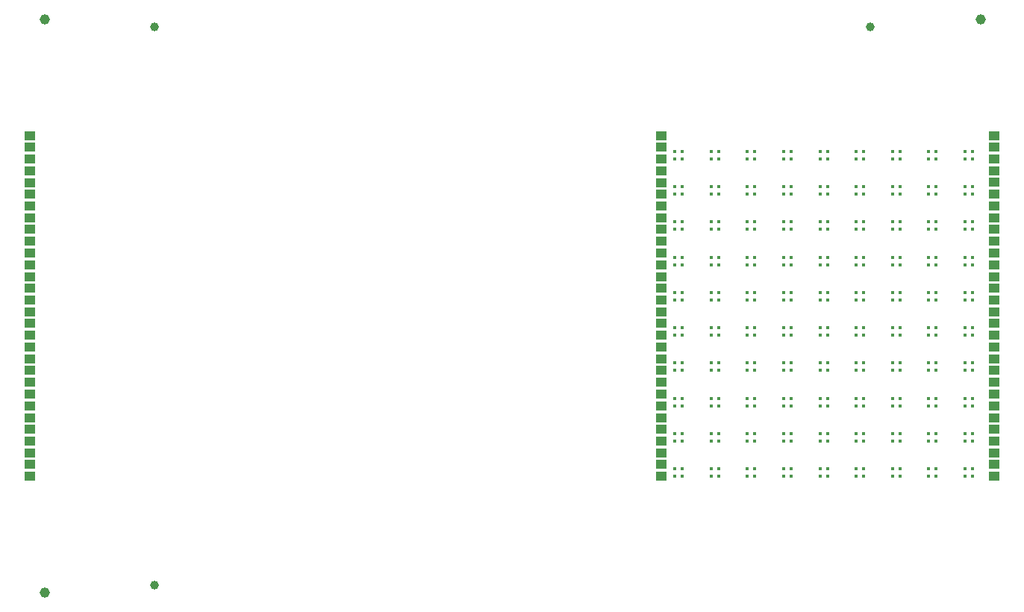
<source format=gts>
G04 #@! TF.GenerationSoftware,KiCad,Pcbnew,7.0.2-6a45011f42~172~ubuntu22.04.1*
G04 #@! TF.CreationDate,2023-07-04T12:46:50+08:00*
G04 #@! TF.ProjectId,panel_10_1,70616e65-6c5f-4313-905f-312e6b696361,rev?*
G04 #@! TF.SameCoordinates,Original*
G04 #@! TF.FileFunction,Soldermask,Top*
G04 #@! TF.FilePolarity,Negative*
%FSLAX46Y46*%
G04 Gerber Fmt 4.6, Leading zero omitted, Abs format (unit mm)*
G04 Created by KiCad (PCBNEW 7.0.2-6a45011f42~172~ubuntu22.04.1) date 2023-07-04 12:46:50*
%MOMM*%
%LPD*%
G01*
G04 APERTURE LIST*
%ADD10R,1.200000X1.000000*%
%ADD11R,0.450000X0.450000*%
%ADD12C,1.152000*%
%ADD13C,1.000000*%
G04 APERTURE END LIST*
D10*
G04 #@! TO.C,J5*
X110240000Y-42325000D03*
G04 #@! TD*
G04 #@! TO.C,J2*
X72470000Y-31680000D03*
G04 #@! TD*
D11*
G04 #@! TO.C,U1*
X74867150Y-30330000D03*
X74017150Y-30330000D03*
X74867150Y-29480000D03*
X74017150Y-29480000D03*
G04 #@! TD*
D10*
G04 #@! TO.C,J6*
X110240000Y-23675000D03*
G04 #@! TD*
D11*
G04 #@! TO.C,U6*
X95435505Y-54330000D03*
X94585505Y-54330000D03*
X95435505Y-53480000D03*
X94585505Y-53480000D03*
G04 #@! TD*
D10*
G04 #@! TO.C,J8*
X823163Y-15680000D03*
G04 #@! TD*
D11*
G04 #@! TO.C,U4*
X87208163Y-54330000D03*
X86358163Y-54330000D03*
X87208163Y-53480000D03*
X86358163Y-53480000D03*
G04 #@! TD*
D10*
G04 #@! TO.C,J7*
X823163Y-22330000D03*
G04 #@! TD*
G04 #@! TO.C,J9*
X823163Y-53005000D03*
G04 #@! TD*
D11*
G04 #@! TO.C,U3*
X83094492Y-54330000D03*
X82244492Y-54330000D03*
X83094492Y-53480000D03*
X82244492Y-53480000D03*
G04 #@! TD*
D10*
G04 #@! TO.C,J7*
X823163Y-42330000D03*
G04 #@! TD*
G04 #@! TO.C,J9*
X823163Y-25005000D03*
G04 #@! TD*
G04 #@! TO.C,J1*
X72470000Y-34330000D03*
G04 #@! TD*
G04 #@! TO.C,J2*
X72470000Y-19680000D03*
G04 #@! TD*
D11*
G04 #@! TO.C,U6*
X95435505Y-42330000D03*
X94585505Y-42330000D03*
X95435505Y-41480000D03*
X94585505Y-41480000D03*
G04 #@! TD*
D10*
G04 #@! TO.C,J9*
X823163Y-37005000D03*
G04 #@! TD*
G04 #@! TO.C,J8*
X823163Y-19680000D03*
G04 #@! TD*
D12*
G04 #@! TO.C,REF\u002A\u002A*
X2500000Y-67500000D03*
G04 #@! TD*
D10*
G04 #@! TO.C,J2*
X72470000Y-39680000D03*
G04 #@! TD*
G04 #@! TO.C,J3*
X72470000Y-41005000D03*
G04 #@! TD*
D11*
G04 #@! TO.C,U7*
X99549176Y-50330000D03*
X98699176Y-50330000D03*
X99549176Y-49480000D03*
X98699176Y-49480000D03*
G04 #@! TD*
D10*
G04 #@! TO.C,J9*
X823163Y-41005000D03*
G04 #@! TD*
D11*
G04 #@! TO.C,U7*
X99549176Y-54330000D03*
X98699176Y-54330000D03*
X99549176Y-53480000D03*
X98699176Y-53480000D03*
G04 #@! TD*
D10*
G04 #@! TO.C,J8*
X823163Y-47680000D03*
G04 #@! TD*
D11*
G04 #@! TO.C,U5*
X91321834Y-34330000D03*
X90471834Y-34330000D03*
X91321834Y-33480000D03*
X90471834Y-33480000D03*
G04 #@! TD*
D10*
G04 #@! TO.C,J7*
X823163Y-34330000D03*
G04 #@! TD*
G04 #@! TO.C,J1*
X72470000Y-18330000D03*
G04 #@! TD*
D11*
G04 #@! TO.C,U2*
X78980821Y-46330000D03*
X78130821Y-46330000D03*
X78980821Y-45480000D03*
X78130821Y-45480000D03*
G04 #@! TD*
D12*
G04 #@! TO.C,REF\u002A\u002A*
X108690000Y-2500000D03*
G04 #@! TD*
D11*
G04 #@! TO.C,U5*
X91321834Y-22330000D03*
X90471834Y-22330000D03*
X91321834Y-21480000D03*
X90471834Y-21480000D03*
G04 #@! TD*
G04 #@! TO.C,U6*
X95435505Y-26330000D03*
X94585505Y-26330000D03*
X95435505Y-25480000D03*
X94585505Y-25480000D03*
G04 #@! TD*
G04 #@! TO.C,U1*
X74867150Y-46330000D03*
X74017150Y-46330000D03*
X74867150Y-45480000D03*
X74017150Y-45480000D03*
G04 #@! TD*
D10*
G04 #@! TO.C,J3*
X72470000Y-45005000D03*
G04 #@! TD*
D11*
G04 #@! TO.C,U4*
X87208163Y-22330000D03*
X86358163Y-22330000D03*
X87208163Y-21480000D03*
X86358163Y-21480000D03*
G04 #@! TD*
D10*
G04 #@! TO.C,J7*
X823163Y-18330000D03*
G04 #@! TD*
D11*
G04 #@! TO.C,U9*
X107776522Y-42330000D03*
X106926522Y-42330000D03*
X107776522Y-41480000D03*
X106926522Y-41480000D03*
G04 #@! TD*
G04 #@! TO.C,U9*
X107776522Y-18330000D03*
X106926522Y-18330000D03*
X107776522Y-17480000D03*
X106926522Y-17480000D03*
G04 #@! TD*
G04 #@! TO.C,U2*
X78980821Y-38330000D03*
X78130821Y-38330000D03*
X78980821Y-37480000D03*
X78130821Y-37480000D03*
G04 #@! TD*
G04 #@! TO.C,U3*
X83094492Y-38330000D03*
X82244492Y-38330000D03*
X83094492Y-37480000D03*
X82244492Y-37480000D03*
G04 #@! TD*
D10*
G04 #@! TO.C,J8*
X823163Y-23680000D03*
G04 #@! TD*
D11*
G04 #@! TO.C,U3*
X83094492Y-34330000D03*
X82244492Y-34330000D03*
X83094492Y-33480000D03*
X82244492Y-33480000D03*
G04 #@! TD*
G04 #@! TO.C,U3*
X83094492Y-46330000D03*
X82244492Y-46330000D03*
X83094492Y-45480000D03*
X82244492Y-45480000D03*
G04 #@! TD*
D10*
G04 #@! TO.C,J5*
X110240000Y-38325000D03*
G04 #@! TD*
D13*
G04 #@! TO.C,REF\u002A\u002A*
X15000000Y-3350000D03*
G04 #@! TD*
D10*
G04 #@! TO.C,J6*
X110240000Y-15675000D03*
G04 #@! TD*
D11*
G04 #@! TO.C,U2*
X78980821Y-22330000D03*
X78130821Y-22330000D03*
X78980821Y-21480000D03*
X78130821Y-21480000D03*
G04 #@! TD*
D10*
G04 #@! TO.C,J3*
X72470000Y-33005000D03*
G04 #@! TD*
G04 #@! TO.C,J8*
X823163Y-39680000D03*
G04 #@! TD*
G04 #@! TO.C,J9*
X823163Y-33005000D03*
G04 #@! TD*
G04 #@! TO.C,J5*
X110240000Y-34325000D03*
G04 #@! TD*
D11*
G04 #@! TO.C,U1*
X74867150Y-38330000D03*
X74017150Y-38330000D03*
X74867150Y-37480000D03*
X74017150Y-37480000D03*
G04 #@! TD*
G04 #@! TO.C,U4*
X87208163Y-46330000D03*
X86358163Y-46330000D03*
X87208163Y-45480000D03*
X86358163Y-45480000D03*
G04 #@! TD*
G04 #@! TO.C,U4*
X87208163Y-18330000D03*
X86358163Y-18330000D03*
X87208163Y-17480000D03*
X86358163Y-17480000D03*
G04 #@! TD*
D10*
G04 #@! TO.C,J4*
X110240000Y-17000000D03*
G04 #@! TD*
G04 #@! TO.C,J4*
X110240000Y-41000000D03*
G04 #@! TD*
D11*
G04 #@! TO.C,U7*
X99549176Y-38330000D03*
X98699176Y-38330000D03*
X99549176Y-37480000D03*
X98699176Y-37480000D03*
G04 #@! TD*
D10*
G04 #@! TO.C,J1*
X72470000Y-30330000D03*
G04 #@! TD*
D11*
G04 #@! TO.C,U5*
X91321834Y-54330000D03*
X90471834Y-54330000D03*
X91321834Y-53480000D03*
X90471834Y-53480000D03*
G04 #@! TD*
D10*
G04 #@! TO.C,J6*
X110240000Y-43675000D03*
G04 #@! TD*
D11*
G04 #@! TO.C,U1*
X74867150Y-54330000D03*
X74017150Y-54330000D03*
X74867150Y-53480000D03*
X74017150Y-53480000D03*
G04 #@! TD*
D10*
G04 #@! TO.C,J2*
X72470000Y-51680000D03*
G04 #@! TD*
G04 #@! TO.C,J2*
X72470000Y-43680000D03*
G04 #@! TD*
D11*
G04 #@! TO.C,U6*
X95435505Y-46330000D03*
X94585505Y-46330000D03*
X95435505Y-45480000D03*
X94585505Y-45480000D03*
G04 #@! TD*
G04 #@! TO.C,U2*
X78980821Y-30330000D03*
X78130821Y-30330000D03*
X78980821Y-29480000D03*
X78130821Y-29480000D03*
G04 #@! TD*
D10*
G04 #@! TO.C,J3*
X72470000Y-37005000D03*
G04 #@! TD*
D11*
G04 #@! TO.C,U3*
X83094492Y-18330000D03*
X82244492Y-18330000D03*
X83094492Y-17480000D03*
X82244492Y-17480000D03*
G04 #@! TD*
G04 #@! TO.C,U9*
X107776522Y-26330000D03*
X106926522Y-26330000D03*
X107776522Y-25480000D03*
X106926522Y-25480000D03*
G04 #@! TD*
D10*
G04 #@! TO.C,J7*
X823163Y-26330000D03*
G04 #@! TD*
G04 #@! TO.C,J4*
X110240000Y-49000000D03*
G04 #@! TD*
D11*
G04 #@! TO.C,U7*
X99549176Y-18330000D03*
X98699176Y-18330000D03*
X99549176Y-17480000D03*
X98699176Y-17480000D03*
G04 #@! TD*
G04 #@! TO.C,U6*
X95435505Y-30330000D03*
X94585505Y-30330000D03*
X95435505Y-29480000D03*
X94585505Y-29480000D03*
G04 #@! TD*
G04 #@! TO.C,U1*
X74867150Y-34330000D03*
X74017150Y-34330000D03*
X74867150Y-33480000D03*
X74017150Y-33480000D03*
G04 #@! TD*
G04 #@! TO.C,U3*
X83094492Y-22330000D03*
X82244492Y-22330000D03*
X83094492Y-21480000D03*
X82244492Y-21480000D03*
G04 #@! TD*
G04 #@! TO.C,U5*
X91321834Y-42330000D03*
X90471834Y-42330000D03*
X91321834Y-41480000D03*
X90471834Y-41480000D03*
G04 #@! TD*
G04 #@! TO.C,U8*
X103662847Y-22330000D03*
X102812847Y-22330000D03*
X103662847Y-21480000D03*
X102812847Y-21480000D03*
G04 #@! TD*
G04 #@! TO.C,U8*
X103662847Y-38330000D03*
X102812847Y-38330000D03*
X103662847Y-37480000D03*
X102812847Y-37480000D03*
G04 #@! TD*
D10*
G04 #@! TO.C,J2*
X72470000Y-27680000D03*
G04 #@! TD*
D11*
G04 #@! TO.C,U7*
X99549176Y-26330000D03*
X98699176Y-26330000D03*
X99549176Y-25480000D03*
X98699176Y-25480000D03*
G04 #@! TD*
D10*
G04 #@! TO.C,J3*
X72470000Y-29005000D03*
G04 #@! TD*
D11*
G04 #@! TO.C,U4*
X87208163Y-30330000D03*
X86358163Y-30330000D03*
X87208163Y-29480000D03*
X86358163Y-29480000D03*
G04 #@! TD*
G04 #@! TO.C,U3*
X83094492Y-42330000D03*
X82244492Y-42330000D03*
X83094492Y-41480000D03*
X82244492Y-41480000D03*
G04 #@! TD*
G04 #@! TO.C,U7*
X99549176Y-46330000D03*
X98699176Y-46330000D03*
X99549176Y-45480000D03*
X98699176Y-45480000D03*
G04 #@! TD*
D10*
G04 #@! TO.C,J1*
X72470000Y-50330000D03*
G04 #@! TD*
D11*
G04 #@! TO.C,U7*
X99549176Y-22330000D03*
X98699176Y-22330000D03*
X99549176Y-21480000D03*
X98699176Y-21480000D03*
G04 #@! TD*
G04 #@! TO.C,U4*
X87208163Y-38330000D03*
X86358163Y-38330000D03*
X87208163Y-37480000D03*
X86358163Y-37480000D03*
G04 #@! TD*
G04 #@! TO.C,U3*
X83094492Y-50330000D03*
X82244492Y-50330000D03*
X83094492Y-49480000D03*
X82244492Y-49480000D03*
G04 #@! TD*
G04 #@! TO.C,U2*
X78980821Y-54330000D03*
X78130821Y-54330000D03*
X78980821Y-53480000D03*
X78130821Y-53480000D03*
G04 #@! TD*
D10*
G04 #@! TO.C,J5*
X110240000Y-18325000D03*
G04 #@! TD*
G04 #@! TO.C,J5*
X110240000Y-22325000D03*
G04 #@! TD*
G04 #@! TO.C,J1*
X72470000Y-42330000D03*
G04 #@! TD*
D11*
G04 #@! TO.C,U6*
X95435505Y-34330000D03*
X94585505Y-34330000D03*
X95435505Y-33480000D03*
X94585505Y-33480000D03*
G04 #@! TD*
D10*
G04 #@! TO.C,J7*
X823163Y-46330000D03*
G04 #@! TD*
G04 #@! TO.C,J6*
X110240000Y-35675000D03*
G04 #@! TD*
G04 #@! TO.C,J8*
X823163Y-31680000D03*
G04 #@! TD*
G04 #@! TO.C,J4*
X110240000Y-45000000D03*
G04 #@! TD*
D11*
G04 #@! TO.C,U8*
X103662847Y-30330000D03*
X102812847Y-30330000D03*
X103662847Y-29480000D03*
X102812847Y-29480000D03*
G04 #@! TD*
G04 #@! TO.C,U4*
X87208163Y-50330000D03*
X86358163Y-50330000D03*
X87208163Y-49480000D03*
X86358163Y-49480000D03*
G04 #@! TD*
G04 #@! TO.C,U8*
X103662847Y-34330000D03*
X102812847Y-34330000D03*
X103662847Y-33480000D03*
X102812847Y-33480000D03*
G04 #@! TD*
G04 #@! TO.C,U2*
X78980821Y-50330000D03*
X78130821Y-50330000D03*
X78980821Y-49480000D03*
X78130821Y-49480000D03*
G04 #@! TD*
G04 #@! TO.C,U8*
X103662847Y-46330000D03*
X102812847Y-46330000D03*
X103662847Y-45480000D03*
X102812847Y-45480000D03*
G04 #@! TD*
G04 #@! TO.C,U1*
X74867150Y-18330000D03*
X74017150Y-18330000D03*
X74867150Y-17480000D03*
X74017150Y-17480000D03*
G04 #@! TD*
G04 #@! TO.C,U8*
X103662847Y-50330000D03*
X102812847Y-50330000D03*
X103662847Y-49480000D03*
X102812847Y-49480000D03*
G04 #@! TD*
G04 #@! TO.C,U9*
X107776522Y-22330000D03*
X106926522Y-22330000D03*
X107776522Y-21480000D03*
X106926522Y-21480000D03*
G04 #@! TD*
D10*
G04 #@! TO.C,J4*
X110240000Y-21000000D03*
G04 #@! TD*
D13*
G04 #@! TO.C,REF\u002A\u002A*
X96190000Y-3350000D03*
G04 #@! TD*
D11*
G04 #@! TO.C,U5*
X91321834Y-38330000D03*
X90471834Y-38330000D03*
X91321834Y-37480000D03*
X90471834Y-37480000D03*
G04 #@! TD*
G04 #@! TO.C,U5*
X91321834Y-50330000D03*
X90471834Y-50330000D03*
X91321834Y-49480000D03*
X90471834Y-49480000D03*
G04 #@! TD*
D10*
G04 #@! TO.C,J6*
X110240000Y-27675000D03*
G04 #@! TD*
D11*
G04 #@! TO.C,U7*
X99549176Y-42330000D03*
X98699176Y-42330000D03*
X99549176Y-41480000D03*
X98699176Y-41480000D03*
G04 #@! TD*
D10*
G04 #@! TO.C,J5*
X110240000Y-50325000D03*
G04 #@! TD*
D11*
G04 #@! TO.C,U5*
X91321834Y-26330000D03*
X90471834Y-26330000D03*
X91321834Y-25480000D03*
X90471834Y-25480000D03*
G04 #@! TD*
D10*
G04 #@! TO.C,J2*
X72470000Y-47680000D03*
G04 #@! TD*
G04 #@! TO.C,J4*
X110240000Y-37000000D03*
G04 #@! TD*
G04 #@! TO.C,J3*
X72470000Y-21005000D03*
G04 #@! TD*
D11*
G04 #@! TO.C,U7*
X99549176Y-34330000D03*
X98699176Y-34330000D03*
X99549176Y-33480000D03*
X98699176Y-33480000D03*
G04 #@! TD*
D10*
G04 #@! TO.C,J1*
X72470000Y-46330000D03*
G04 #@! TD*
G04 #@! TO.C,J8*
X823163Y-51680000D03*
G04 #@! TD*
G04 #@! TO.C,J8*
X823163Y-35680000D03*
G04 #@! TD*
D11*
G04 #@! TO.C,U9*
X107776522Y-50330000D03*
X106926522Y-50330000D03*
X107776522Y-49480000D03*
X106926522Y-49480000D03*
G04 #@! TD*
D10*
G04 #@! TO.C,J9*
X823163Y-21005000D03*
G04 #@! TD*
D11*
G04 #@! TO.C,U8*
X103662847Y-26330000D03*
X102812847Y-26330000D03*
X103662847Y-25480000D03*
X102812847Y-25480000D03*
G04 #@! TD*
D10*
G04 #@! TO.C,J7*
X823163Y-38330000D03*
G04 #@! TD*
D11*
G04 #@! TO.C,U6*
X95435505Y-22330000D03*
X94585505Y-22330000D03*
X95435505Y-21480000D03*
X94585505Y-21480000D03*
G04 #@! TD*
G04 #@! TO.C,U5*
X91321834Y-18330000D03*
X90471834Y-18330000D03*
X91321834Y-17480000D03*
X90471834Y-17480000D03*
G04 #@! TD*
D10*
G04 #@! TO.C,J1*
X72470000Y-38330000D03*
G04 #@! TD*
G04 #@! TO.C,J7*
X823163Y-54330000D03*
G04 #@! TD*
G04 #@! TO.C,J6*
X110240000Y-39675000D03*
G04 #@! TD*
D11*
G04 #@! TO.C,U1*
X74867150Y-26330000D03*
X74017150Y-26330000D03*
X74867150Y-25480000D03*
X74017150Y-25480000D03*
G04 #@! TD*
G04 #@! TO.C,U2*
X78980821Y-18330000D03*
X78130821Y-18330000D03*
X78980821Y-17480000D03*
X78130821Y-17480000D03*
G04 #@! TD*
D12*
G04 #@! TO.C,REF\u002A\u002A*
X2500000Y-2500000D03*
G04 #@! TD*
D11*
G04 #@! TO.C,U6*
X95435505Y-18330000D03*
X94585505Y-18330000D03*
X95435505Y-17480000D03*
X94585505Y-17480000D03*
G04 #@! TD*
D10*
G04 #@! TO.C,J3*
X72470000Y-25005000D03*
G04 #@! TD*
G04 #@! TO.C,J6*
X110240000Y-31675000D03*
G04 #@! TD*
D11*
G04 #@! TO.C,U3*
X83094492Y-30330000D03*
X82244492Y-30330000D03*
X83094492Y-29480000D03*
X82244492Y-29480000D03*
G04 #@! TD*
D10*
G04 #@! TO.C,J1*
X72470000Y-22330000D03*
G04 #@! TD*
G04 #@! TO.C,J2*
X72470000Y-23680000D03*
G04 #@! TD*
G04 #@! TO.C,J5*
X110240000Y-26325000D03*
G04 #@! TD*
G04 #@! TO.C,J2*
X72470000Y-15680000D03*
G04 #@! TD*
D11*
G04 #@! TO.C,U9*
X107776522Y-54330000D03*
X106926522Y-54330000D03*
X107776522Y-53480000D03*
X106926522Y-53480000D03*
G04 #@! TD*
D10*
G04 #@! TO.C,J8*
X823163Y-27680000D03*
G04 #@! TD*
D11*
G04 #@! TO.C,U5*
X91321834Y-46330000D03*
X90471834Y-46330000D03*
X91321834Y-45480000D03*
X90471834Y-45480000D03*
G04 #@! TD*
G04 #@! TO.C,U4*
X87208163Y-34330000D03*
X86358163Y-34330000D03*
X87208163Y-33480000D03*
X86358163Y-33480000D03*
G04 #@! TD*
D10*
G04 #@! TO.C,J9*
X823163Y-29005000D03*
G04 #@! TD*
G04 #@! TO.C,J4*
X110240000Y-25000000D03*
G04 #@! TD*
D11*
G04 #@! TO.C,U4*
X87208163Y-42330000D03*
X86358163Y-42330000D03*
X87208163Y-41480000D03*
X86358163Y-41480000D03*
G04 #@! TD*
D10*
G04 #@! TO.C,J7*
X823163Y-30330000D03*
G04 #@! TD*
D11*
G04 #@! TO.C,U9*
X107776522Y-38330000D03*
X106926522Y-38330000D03*
X107776522Y-37480000D03*
X106926522Y-37480000D03*
G04 #@! TD*
G04 #@! TO.C,U1*
X74867150Y-42330000D03*
X74017150Y-42330000D03*
X74867150Y-41480000D03*
X74017150Y-41480000D03*
G04 #@! TD*
G04 #@! TO.C,U8*
X103662847Y-42330000D03*
X102812847Y-42330000D03*
X103662847Y-41480000D03*
X102812847Y-41480000D03*
G04 #@! TD*
G04 #@! TO.C,U7*
X99549176Y-30330000D03*
X98699176Y-30330000D03*
X99549176Y-29480000D03*
X98699176Y-29480000D03*
G04 #@! TD*
G04 #@! TO.C,U5*
X91321834Y-30330000D03*
X90471834Y-30330000D03*
X91321834Y-29480000D03*
X90471834Y-29480000D03*
G04 #@! TD*
D10*
G04 #@! TO.C,J1*
X72470000Y-26330000D03*
G04 #@! TD*
G04 #@! TO.C,J4*
X110240000Y-33000000D03*
G04 #@! TD*
D13*
G04 #@! TO.C,REF\u002A\u002A*
X15000000Y-66650000D03*
G04 #@! TD*
D11*
G04 #@! TO.C,U6*
X95435505Y-38330000D03*
X94585505Y-38330000D03*
X95435505Y-37480000D03*
X94585505Y-37480000D03*
G04 #@! TD*
G04 #@! TO.C,U2*
X78980821Y-26330000D03*
X78130821Y-26330000D03*
X78980821Y-25480000D03*
X78130821Y-25480000D03*
G04 #@! TD*
D10*
G04 #@! TO.C,J5*
X110240000Y-30325000D03*
G04 #@! TD*
G04 #@! TO.C,J6*
X110240000Y-19675000D03*
G04 #@! TD*
G04 #@! TO.C,J5*
X110240000Y-54325000D03*
G04 #@! TD*
G04 #@! TO.C,J3*
X72470000Y-17005000D03*
G04 #@! TD*
D11*
G04 #@! TO.C,U6*
X95435505Y-50330000D03*
X94585505Y-50330000D03*
X95435505Y-49480000D03*
X94585505Y-49480000D03*
G04 #@! TD*
D10*
G04 #@! TO.C,J2*
X72470000Y-35680000D03*
G04 #@! TD*
D11*
G04 #@! TO.C,U8*
X103662847Y-54330000D03*
X102812847Y-54330000D03*
X103662847Y-53480000D03*
X102812847Y-53480000D03*
G04 #@! TD*
D10*
G04 #@! TO.C,J9*
X823163Y-45005000D03*
G04 #@! TD*
D11*
G04 #@! TO.C,U4*
X87208163Y-26330000D03*
X86358163Y-26330000D03*
X87208163Y-25480000D03*
X86358163Y-25480000D03*
G04 #@! TD*
G04 #@! TO.C,U8*
X103662847Y-18330000D03*
X102812847Y-18330000D03*
X103662847Y-17480000D03*
X102812847Y-17480000D03*
G04 #@! TD*
G04 #@! TO.C,U1*
X74867150Y-50330000D03*
X74017150Y-50330000D03*
X74867150Y-49480000D03*
X74017150Y-49480000D03*
G04 #@! TD*
D10*
G04 #@! TO.C,J6*
X110240000Y-51675000D03*
G04 #@! TD*
D11*
G04 #@! TO.C,U9*
X107776522Y-30330000D03*
X106926522Y-30330000D03*
X107776522Y-29480000D03*
X106926522Y-29480000D03*
G04 #@! TD*
G04 #@! TO.C,U1*
X74867150Y-22330000D03*
X74017150Y-22330000D03*
X74867150Y-21480000D03*
X74017150Y-21480000D03*
G04 #@! TD*
D10*
G04 #@! TO.C,J3*
X72470000Y-49005000D03*
G04 #@! TD*
D11*
G04 #@! TO.C,U2*
X78980821Y-42330000D03*
X78130821Y-42330000D03*
X78980821Y-41480000D03*
X78130821Y-41480000D03*
G04 #@! TD*
G04 #@! TO.C,U3*
X83094492Y-26330000D03*
X82244492Y-26330000D03*
X83094492Y-25480000D03*
X82244492Y-25480000D03*
G04 #@! TD*
D10*
G04 #@! TO.C,J7*
X823163Y-50330000D03*
G04 #@! TD*
G04 #@! TO.C,J5*
X110240000Y-46325000D03*
G04 #@! TD*
G04 #@! TO.C,J4*
X110240000Y-29000000D03*
G04 #@! TD*
G04 #@! TO.C,J6*
X110240000Y-47675000D03*
G04 #@! TD*
G04 #@! TO.C,J1*
X72470000Y-54330000D03*
G04 #@! TD*
G04 #@! TO.C,J4*
X110240000Y-53000000D03*
G04 #@! TD*
D11*
G04 #@! TO.C,U9*
X107776522Y-46330000D03*
X106926522Y-46330000D03*
X107776522Y-45480000D03*
X106926522Y-45480000D03*
G04 #@! TD*
G04 #@! TO.C,U2*
X78980821Y-34330000D03*
X78130821Y-34330000D03*
X78980821Y-33480000D03*
X78130821Y-33480000D03*
G04 #@! TD*
D10*
G04 #@! TO.C,J3*
X72470000Y-53005000D03*
G04 #@! TD*
G04 #@! TO.C,J9*
X823163Y-49005000D03*
G04 #@! TD*
G04 #@! TO.C,J9*
X823163Y-17005000D03*
G04 #@! TD*
D11*
G04 #@! TO.C,U9*
X107776522Y-34330000D03*
X106926522Y-34330000D03*
X107776522Y-33480000D03*
X106926522Y-33480000D03*
G04 #@! TD*
D10*
G04 #@! TO.C,J8*
X823163Y-43680000D03*
G04 #@! TD*
M02*

</source>
